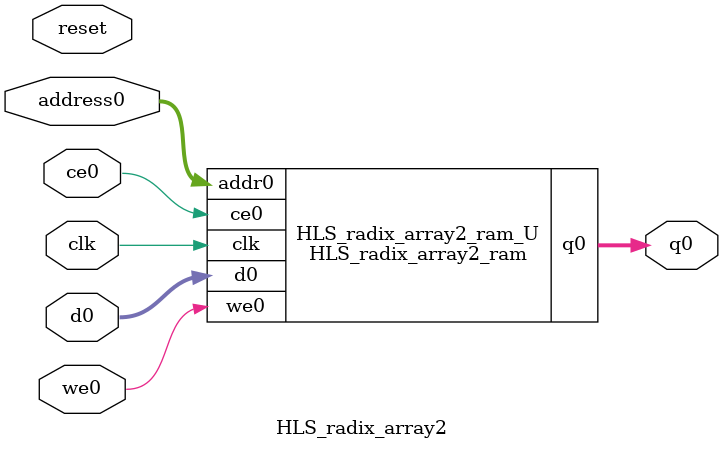
<source format=v>

`timescale 1 ns / 1 ps
module HLS_radix_array2_ram (addr0, ce0, d0, we0, q0,  clk);

parameter DWIDTH = 32;
parameter AWIDTH = 16;
parameter MEM_SIZE = 65536;

input[AWIDTH-1:0] addr0;
input ce0;
input[DWIDTH-1:0] d0;
input we0;
output reg[DWIDTH-1:0] q0;
input clk;

(* ram_style = "block" *)reg [DWIDTH-1:0] ram[0:MEM_SIZE-1];




always @(posedge clk)  
begin 
    if (ce0) 
    begin
        if (we0) 
        begin 
            ram[addr0] <= d0; 
            q0 <= d0;
        end 
        else 
            q0 <= ram[addr0];
    end
end


endmodule


`timescale 1 ns / 1 ps
module HLS_radix_array2(
    reset,
    clk,
    address0,
    ce0,
    we0,
    d0,
    q0);

parameter DataWidth = 32'd32;
parameter AddressRange = 32'd65536;
parameter AddressWidth = 32'd16;
input reset;
input clk;
input[AddressWidth - 1:0] address0;
input ce0;
input we0;
input[DataWidth - 1:0] d0;
output[DataWidth - 1:0] q0;



HLS_radix_array2_ram HLS_radix_array2_ram_U(
    .clk( clk ),
    .addr0( address0 ),
    .ce0( ce0 ),
    .we0( we0 ),
    .d0( d0 ),
    .q0( q0 ));

endmodule


</source>
